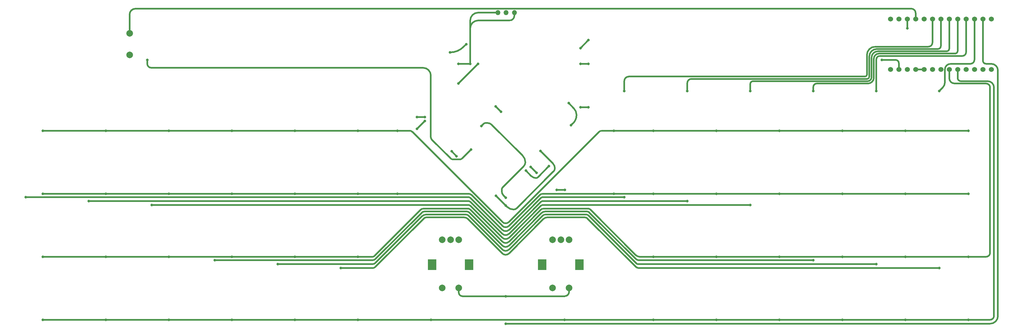
<source format=gtl>
G04 #@! TF.GenerationSoftware,KiCad,Pcbnew,(6.0.2)*
G04 #@! TF.CreationDate,2022-02-25T11:44:51+09:00*
G04 #@! TF.ProjectId,RoSoR,526f536f-522e-46b6-9963-61645f706362,rev?*
G04 #@! TF.SameCoordinates,Original*
G04 #@! TF.FileFunction,Copper,L1,Top*
G04 #@! TF.FilePolarity,Positive*
%FSLAX46Y46*%
G04 Gerber Fmt 4.6, Leading zero omitted, Abs format (unit mm)*
G04 Created by KiCad (PCBNEW (6.0.2)) date 2022-02-25 11:44:51*
%MOMM*%
%LPD*%
G01*
G04 APERTURE LIST*
G04 #@! TA.AperFunction,ComponentPad*
%ADD10C,2.000000*%
G04 #@! TD*
G04 #@! TA.AperFunction,ComponentPad*
%ADD11R,2.500000X3.200000*%
G04 #@! TD*
G04 #@! TA.AperFunction,ComponentPad*
%ADD12C,1.524000*%
G04 #@! TD*
G04 #@! TA.AperFunction,ComponentPad*
%ADD13O,1.500000X1.500000*%
G04 #@! TD*
G04 #@! TA.AperFunction,ViaPad*
%ADD14C,0.800000*%
G04 #@! TD*
G04 #@! TA.AperFunction,Conductor*
%ADD15C,0.500000*%
G04 #@! TD*
G04 APERTURE END LIST*
D10*
X57745458Y-25325072D03*
X57745458Y-31825072D03*
X157281250Y-87750000D03*
X152281250Y-87750000D03*
X154781250Y-87750000D03*
D11*
X160381250Y-95250000D03*
X149181250Y-95250000D03*
D10*
X152281250Y-102250000D03*
X157281250Y-102250000D03*
X190618750Y-87750000D03*
X185618750Y-87750000D03*
X188118750Y-87750000D03*
D11*
X182518750Y-95250000D03*
X193718750Y-95250000D03*
D10*
X185618750Y-102250000D03*
X190618750Y-102250000D03*
D12*
X290322000Y-36231400D03*
X292862000Y-36231400D03*
X295402000Y-36231400D03*
X297942000Y-36231400D03*
X300482000Y-36231400D03*
X303022000Y-36231400D03*
X305562000Y-36231400D03*
X308102000Y-36231400D03*
X310642000Y-36231400D03*
X313182000Y-36231400D03*
X315722000Y-36231400D03*
X318262000Y-36231400D03*
X318262000Y-21011400D03*
X315722000Y-21011400D03*
X313182000Y-21011400D03*
X310642000Y-21011400D03*
X308102000Y-21011400D03*
X305562000Y-21011400D03*
X303022000Y-21011400D03*
X300482000Y-21011400D03*
X297942000Y-21011400D03*
X295402000Y-21011400D03*
X292862000Y-21011400D03*
X290322000Y-21011400D03*
X287782000Y-21011400D03*
X287782000Y-36231400D03*
D13*
X171568750Y-19050000D03*
X169068750Y-19050000D03*
X174068750Y-19050000D03*
D14*
X31562528Y-54742387D03*
X69662560Y-54742387D03*
X126812608Y-54742387D03*
X107762500Y-54742610D03*
X50612544Y-54742387D03*
X292287744Y-54742387D03*
X138718868Y-54742387D03*
X88701637Y-54768796D03*
X273237728Y-54742387D03*
X216098619Y-54768796D03*
X311348699Y-54768796D03*
X204192359Y-54768796D03*
X254187712Y-54742387D03*
X235148635Y-54768796D03*
X292287744Y-73792403D03*
X138707929Y-73818812D03*
X69662560Y-73792403D03*
X235137500Y-73791930D03*
X204192359Y-73818812D03*
X273237500Y-73791853D03*
X31562528Y-73792403D03*
X311337760Y-73792403D03*
X216098619Y-73818812D03*
X88712576Y-73792403D03*
X50612544Y-73792403D03*
X107762592Y-73792403D03*
X126801669Y-73818812D03*
X254187712Y-73792403D03*
X50612544Y-92842419D03*
X69651621Y-92868828D03*
X292287744Y-92842419D03*
X273237728Y-92842419D03*
X235137696Y-92842419D03*
X88712576Y-92842419D03*
X31562528Y-92842419D03*
X254198651Y-92868828D03*
X107762592Y-92842419D03*
X216087680Y-92842419D03*
X311337760Y-92842419D03*
X126801669Y-92868828D03*
X148839442Y-111892616D03*
X88712576Y-111892435D03*
X107762592Y-111892435D03*
X126812608Y-111892435D03*
X31551589Y-111918844D03*
X69662560Y-111892435D03*
X50612544Y-111892435D03*
X311337760Y-111892435D03*
X292298683Y-111918844D03*
X273237728Y-111892435D03*
X189298910Y-111892616D03*
X235148635Y-111918844D03*
X254187712Y-111892435D03*
X216087680Y-111892435D03*
X157162632Y-40481284D03*
X144666434Y-50596230D03*
X163115708Y-34528208D03*
X147036936Y-50596230D03*
X147042311Y-51792231D03*
X144661059Y-54173483D03*
X194072038Y-47625040D03*
X196453290Y-47625040D03*
X186928282Y-72628186D03*
X179031274Y-65698445D03*
X189309534Y-72628186D03*
X180789175Y-67456346D03*
X196453290Y-34528154D03*
X194072038Y-34528154D03*
X157162632Y-34528154D03*
X160734375Y-34528125D03*
X292894488Y-23812560D03*
X285155406Y-33337584D03*
X194072038Y-29765650D03*
X196453290Y-27384398D03*
X154662500Y-31075000D03*
X159543750Y-28575000D03*
X63103125Y-33337500D03*
X160975744Y-60480506D03*
X171450000Y-75009375D03*
X164073484Y-53345359D03*
X177542419Y-66814294D03*
X184546875Y-65484375D03*
X190500000Y-46434375D03*
X191235897Y-53123397D03*
X207312500Y-42719380D03*
X26337500Y-74865880D03*
X207312500Y-74866336D03*
X45387500Y-76056556D03*
X226362500Y-42719428D03*
X226362500Y-76057012D03*
X245412500Y-77247688D03*
X64437500Y-77247232D03*
X245412500Y-42719476D03*
X264462500Y-93916528D03*
X83487500Y-93916072D03*
X264462500Y-42719524D03*
X283512500Y-95107204D03*
X102537500Y-95106748D03*
X283512500Y-42719572D03*
X121587500Y-96297424D03*
X302562500Y-42719620D03*
X302562500Y-96297880D03*
X168508095Y-74379609D03*
X171450236Y-104774532D03*
X170072219Y-49002965D03*
X156601835Y-62473349D03*
X171450236Y-113109660D03*
X168473579Y-47404324D03*
X171484451Y-77355965D03*
X155113552Y-60985067D03*
X181978479Y-60909225D03*
D15*
X138718868Y-54742387D02*
X142390431Y-54742387D01*
X172466696Y-82327695D02*
X199727847Y-55066545D01*
X31562528Y-54742387D02*
X138718868Y-54742387D01*
X200446676Y-54768796D02*
X204192359Y-54768796D01*
X311348699Y-54768796D02*
X204192359Y-54768796D01*
X143173017Y-55066545D02*
X170434167Y-82327695D01*
X200446676Y-54768796D02*
G75*
G03*
X199727847Y-55066545I-1J-1016574D01*
G01*
X172466696Y-82327695D02*
G75*
G02*
X171450432Y-82748646I-1016262J1016256D01*
G01*
X171450432Y-82748645D02*
G75*
G02*
X170434168Y-82327694I1J1437217D01*
G01*
X143173017Y-55066545D02*
G75*
G03*
X142390431Y-54742387I-782587J-782588D01*
G01*
X172466696Y-83518323D02*
X181868427Y-74116593D01*
X182587333Y-73818812D02*
X204192359Y-73818812D01*
X138708053Y-73818936D02*
X160313830Y-73818936D01*
X204192359Y-73818812D02*
X311274004Y-73818812D01*
X161032437Y-74116593D02*
X170434167Y-83518323D01*
X31562528Y-73792403D02*
X138644173Y-73792403D01*
X138707929Y-73818812D02*
X138708053Y-73818936D01*
X182587333Y-73818813D02*
G75*
G03*
X181868428Y-74116594I1J-1016688D01*
G01*
X161032437Y-74116593D02*
G75*
G03*
X160313830Y-73818936I-718610J-718613D01*
G01*
X171450432Y-83939273D02*
G75*
G02*
X170434168Y-83518322I1J1437217D01*
G01*
X138707929Y-73818812D02*
G75*
G03*
X138644173Y-73792403I-63760J-63763D01*
G01*
X311337760Y-73792403D02*
G75*
G02*
X311274004Y-73818812I-63758J63758D01*
G01*
X172466696Y-83518323D02*
G75*
G02*
X171450432Y-83939274I-1016262J1016256D01*
G01*
X129778984Y-92868984D02*
X131143444Y-92868984D01*
X316707048Y-92868984D02*
X311364325Y-92868984D01*
X317897676Y-41671980D02*
X317897676Y-91678356D01*
X172466697Y-88280835D02*
X182166084Y-78581448D01*
X305562000Y-36231400D02*
X305562000Y-38861328D01*
X311337760Y-92842419D02*
X216087680Y-92842419D01*
X211905219Y-92842419D02*
X216087680Y-92842419D01*
X31562528Y-92842419D02*
X126737913Y-92842419D01*
X131862051Y-92571327D02*
X145851930Y-78581448D01*
X126801669Y-92868828D02*
X129778608Y-92868828D01*
X146570537Y-78283791D02*
X160016173Y-78283791D01*
X182884691Y-78283791D02*
X196330327Y-78283791D01*
X197048934Y-78581448D02*
X210888955Y-92421468D01*
X307182024Y-40481352D02*
X316707048Y-40481352D01*
X160734780Y-78581448D02*
X170434168Y-88280835D01*
X172466697Y-88280835D02*
G75*
G02*
X171450432Y-88701786I-1016262J1016256D01*
G01*
X131862051Y-92571327D02*
G75*
G02*
X131143444Y-92868984I-718610J718613D01*
G01*
X307182024Y-40481352D02*
G75*
G02*
X305562000Y-38861328I0J1620024D01*
G01*
X317897676Y-41671980D02*
G75*
G03*
X316707048Y-40481352I-1190628J0D01*
G01*
X311337760Y-92842419D02*
G75*
G03*
X311364325Y-92868984I26566J1D01*
G01*
X171450432Y-88701786D02*
G75*
G02*
X170434168Y-88280835I-2J1437207D01*
G01*
X197048934Y-78581448D02*
G75*
G03*
X196330327Y-78283791I-718603J-718597D01*
G01*
X160734780Y-78581448D02*
G75*
G03*
X160016173Y-78283791I-718610J-718613D01*
G01*
X129778984Y-92868984D02*
G75*
G02*
X129778608Y-92868828I-3J523D01*
G01*
X126801669Y-92868828D02*
G75*
G03*
X126737913Y-92842419I-63760J-63763D01*
G01*
X146570537Y-78283791D02*
G75*
G03*
X145851930Y-78581448I1J-1016265D01*
G01*
X182884691Y-78283792D02*
G75*
G03*
X182166085Y-78581449I-2J-1016258D01*
G01*
X316707048Y-92868984D02*
G75*
G03*
X317897676Y-91678356I0J1190628D01*
G01*
X211905219Y-92842419D02*
G75*
G02*
X210888955Y-92421468I-2J1437207D01*
G01*
X317198156Y-39781832D02*
X309072172Y-39781832D01*
X311364357Y-111919032D02*
X317897676Y-111919032D01*
X31551589Y-111918844D02*
X126748852Y-111918844D01*
X319088304Y-110728404D02*
X319088304Y-41376272D01*
X308102000Y-38811660D02*
X308102000Y-36231400D01*
X126812608Y-111892435D02*
X311337760Y-111892435D01*
X317198156Y-39781832D02*
G75*
G02*
X319088304Y-41671980I-2J-1890150D01*
G01*
X319088304Y-110728404D02*
G75*
G02*
X317897676Y-111919032I-1190628J0D01*
G01*
X126812608Y-111892435D02*
G75*
G02*
X126748852Y-111918844I-63758J63758D01*
G01*
X311364357Y-111919032D02*
G75*
G02*
X311337760Y-111892435I0J26597D01*
G01*
X308102000Y-38811660D02*
G75*
G03*
X309072172Y-39781832I970173J1D01*
G01*
X157162632Y-40481284D02*
X163115708Y-34528208D01*
X147036936Y-50596230D02*
X144666434Y-50596230D01*
X147042311Y-51792231D02*
X144661059Y-54173483D01*
X196453290Y-47625040D02*
X194072038Y-47625040D01*
X189309534Y-72628186D02*
X186928282Y-72628186D01*
X179031274Y-65698445D02*
X180789175Y-67456346D01*
X196453290Y-34528154D02*
X194072038Y-34528154D01*
X174068750Y-19050000D02*
X174068750Y-20004150D01*
X160734375Y-34528154D02*
X160734375Y-34528125D01*
X160734375Y-23812500D02*
X160734375Y-21431250D01*
X292894488Y-21043888D02*
X292894488Y-23812560D01*
X157162632Y-34528154D02*
X160734375Y-34528154D01*
X297942000Y-36231400D02*
X295402000Y-36231400D01*
X163115625Y-19050000D02*
X169068750Y-19050000D01*
X160734375Y-34528125D02*
X160734375Y-23812500D01*
X172641328Y-21431572D02*
X163115303Y-21431572D01*
X172641328Y-21431572D02*
G75*
G03*
X174068750Y-20004150I1J1427421D01*
G01*
X160734375Y-23812500D02*
G75*
G02*
X163115303Y-21431572I2380929J-1D01*
G01*
X163115625Y-19050000D02*
G75*
G03*
X160734375Y-21431250I0J-2381250D01*
G01*
X290322000Y-36231400D02*
X290322000Y-34336980D01*
X289322604Y-33337584D02*
X285155406Y-33337584D01*
X289322604Y-33337584D02*
G75*
G02*
X290322000Y-34336980I1J-999395D01*
G01*
X194072038Y-29765650D02*
X196453290Y-27384398D01*
X158727548Y-29391202D02*
X159543750Y-28575000D01*
X158727548Y-29391202D02*
G75*
G02*
X154662500Y-31075000I-4065049J4065050D01*
G01*
X148828125Y-56703343D02*
X148828125Y-38100000D01*
X157511226Y-63451851D02*
X155623149Y-63451851D01*
X146446875Y-35718750D02*
X64293750Y-35718750D01*
X149143960Y-57465836D02*
X154781250Y-63103125D01*
X160975744Y-60480506D02*
X158353125Y-63103125D01*
X63103125Y-34528125D02*
X63103125Y-33337500D01*
X154781250Y-63103125D02*
G75*
G03*
X155623149Y-63451851I841900J841902D01*
G01*
X157511226Y-63451850D02*
G75*
G03*
X158353124Y-63103124I-1J1190627D01*
G01*
X148828125Y-56703343D02*
G75*
G03*
X149143960Y-57465836I1078315J-5D01*
G01*
X63103125Y-34528125D02*
G75*
G03*
X64293750Y-35718750I1190625J0D01*
G01*
X146446875Y-35718750D02*
G75*
G02*
X148828125Y-38100000I0J-2381250D01*
G01*
X167282813Y-52982812D02*
X176561226Y-62261226D01*
X170854687Y-74414063D02*
X171450000Y-75009375D01*
X165845603Y-52387500D02*
X165496875Y-52387500D01*
X164702163Y-52716681D02*
X164073484Y-53345359D01*
X170599228Y-71807648D02*
X176901078Y-65505798D01*
X170259375Y-72976853D02*
X170259375Y-72628125D01*
X177403125Y-64293750D02*
G75*
G02*
X176901078Y-65505798I-1714095J1D01*
G01*
X176561226Y-62261226D02*
G75*
G02*
X177403125Y-64293750I-2032520J-2032522D01*
G01*
X170259376Y-72628125D02*
G75*
G02*
X170599228Y-71807648I1160329J0D01*
G01*
X164702163Y-52716681D02*
G75*
G02*
X165496875Y-52387500I794715J-794718D01*
G01*
X170259376Y-72976853D02*
G75*
G03*
X170854687Y-74414063I2032512J-4D01*
G01*
X165845603Y-52387501D02*
G75*
G02*
X167282812Y-52982813I-3J-2032528D01*
G01*
X179189062Y-68460938D02*
X177542419Y-66814294D01*
X184546875Y-65484375D02*
X181221588Y-68809662D01*
X179189062Y-68460938D02*
G75*
G03*
X180626272Y-69056250I1437213J1437217D01*
G01*
X180626272Y-69056250D02*
G75*
G03*
X181221588Y-68809662I1J841901D01*
G01*
X191840534Y-52518759D02*
X191235897Y-53123397D01*
X190500000Y-46434375D02*
X192039351Y-47973726D01*
X191840534Y-52518759D02*
G75*
G03*
X192881250Y-50006250I-2512504J2512508D01*
G01*
X192881250Y-50006250D02*
G75*
G03*
X192039351Y-47973726I-2874430J-3D01*
G01*
X207312500Y-42719380D02*
X207312500Y-39742810D01*
X283190974Y-29348876D02*
X299264452Y-29348876D01*
X172466696Y-84708951D02*
X182166084Y-75009564D01*
X300482000Y-28131328D02*
X300482000Y-21011400D01*
X160734780Y-75009564D02*
X170434167Y-84708951D01*
X208672518Y-38382792D02*
X280110198Y-38382792D01*
X182511866Y-74866336D02*
X207312500Y-74866336D01*
X280675590Y-37817400D02*
X280675590Y-31864260D01*
X26337500Y-74865880D02*
X160387897Y-74865880D01*
X160734780Y-75009564D02*
G75*
G03*
X160387897Y-74865880I-346883J-346883D01*
G01*
X300482000Y-28131328D02*
G75*
G02*
X299264452Y-29348876I-1217550J2D01*
G01*
X280675590Y-37817400D02*
G75*
G02*
X280110198Y-38382792I-565390J-2D01*
G01*
X283190974Y-29348876D02*
G75*
G03*
X280675590Y-31864260I0J-2515384D01*
G01*
X172466696Y-84708951D02*
G75*
G02*
X171450432Y-85129902I-1016262J1016256D01*
G01*
X171450432Y-85129901D02*
G75*
G02*
X170434168Y-84708950I1J1437217D01*
G01*
X208672518Y-38382792D02*
G75*
G03*
X207312500Y-39742810I0J-1360018D01*
G01*
X182511866Y-74866336D02*
G75*
G03*
X182166084Y-75009564I1J-489011D01*
G01*
X281375110Y-32355368D02*
X281375110Y-38486998D01*
X172466696Y-85899579D02*
X182166084Y-76200192D01*
X303022000Y-29163212D02*
X303022000Y-21011400D01*
X280779796Y-39082312D02*
X227618360Y-39082312D01*
X160734780Y-76200192D02*
X170434167Y-85899579D01*
X182511751Y-76057012D02*
X226362500Y-76057012D01*
X226362500Y-40338172D02*
X226362500Y-42719428D01*
X302136816Y-30048396D02*
X283682082Y-30048396D01*
X45387500Y-76056556D02*
X160388013Y-76056556D01*
X226362500Y-40338172D02*
G75*
G02*
X227618360Y-39082312I1255860J0D01*
G01*
X280779796Y-39082312D02*
G75*
G03*
X281375110Y-38486998I1J595313D01*
G01*
X160734780Y-76200192D02*
G75*
G03*
X160388013Y-76056556I-346768J-346768D01*
G01*
X171450432Y-86320529D02*
G75*
G02*
X170434168Y-85899578I1J1437217D01*
G01*
X182511751Y-76057013D02*
G75*
G03*
X182166085Y-76200193I0J-488846D01*
G01*
X302136816Y-30048396D02*
G75*
G03*
X303022000Y-29163212I1J885183D01*
G01*
X172466696Y-85899579D02*
G75*
G02*
X171450432Y-86320530I-1016262J1016256D01*
G01*
X281375110Y-32355368D02*
G75*
G02*
X283682082Y-30048396I2306970J2D01*
G01*
X182511635Y-77247688D02*
X245412500Y-77247688D01*
X64437500Y-77247232D02*
X160388128Y-77247232D01*
X282074630Y-32638064D02*
X282074630Y-38591204D01*
X280884002Y-39781832D02*
X246255152Y-39781832D01*
X172466696Y-87090207D02*
X172641060Y-86915844D01*
X305562000Y-29931618D02*
X305562000Y-21011400D01*
X304745702Y-30747916D02*
X283964778Y-30747916D01*
X245412500Y-40624484D02*
X245412500Y-42719476D01*
X172641060Y-86915844D02*
X182166084Y-77390820D01*
X160734780Y-77390820D02*
X170434167Y-87090207D01*
X280884002Y-39781832D02*
G75*
G03*
X282074630Y-38591204I0J1190628D01*
G01*
X304745702Y-30747916D02*
G75*
G03*
X305562000Y-29931618I1J816297D01*
G01*
X172466696Y-87090207D02*
G75*
G02*
X171450432Y-87511158I-1016262J1016256D01*
G01*
X171450432Y-87511157D02*
G75*
G02*
X170434168Y-87090206I1J1437217D01*
G01*
X245412500Y-40624484D02*
G75*
G02*
X246255152Y-39781832I842652J0D01*
G01*
X282074630Y-32638064D02*
G75*
G02*
X283964778Y-30747916I1890150J-2D01*
G01*
X160734780Y-77390820D02*
G75*
G03*
X160388128Y-77247232I-346657J-346663D01*
G01*
X182511635Y-77247688D02*
G75*
G03*
X182166084Y-77390820I1J-488684D01*
G01*
X210772436Y-93495577D02*
X196751277Y-79474419D01*
X182166084Y-79772076D02*
X182340447Y-79597713D01*
X146149587Y-79474419D02*
X132128884Y-93495121D01*
X131112620Y-93916072D02*
X83487500Y-93916072D01*
X308102000Y-21011400D02*
X308102000Y-30631666D01*
X182166084Y-79772076D02*
X172466696Y-89471463D01*
X264462500Y-93916528D02*
X211788700Y-93916528D01*
X264462500Y-42719524D02*
X264462500Y-41528896D01*
X282774150Y-38695410D02*
X282774150Y-32943628D01*
X170434167Y-89471463D02*
X160437123Y-79474419D01*
X196032670Y-79176762D02*
X183356712Y-79176762D01*
X159718516Y-79176762D02*
X146868194Y-79176762D01*
X307286230Y-31447436D02*
X284270342Y-31447436D01*
X265510044Y-40481352D02*
X280988208Y-40481352D01*
X210772436Y-93495577D02*
G75*
G03*
X211788700Y-93916528I1016262J1016256D01*
G01*
X146149587Y-79474419D02*
G75*
G02*
X146868194Y-79176762I718608J-718608D01*
G01*
X171450432Y-89892414D02*
G75*
G03*
X172466696Y-89471463I2J1437207D01*
G01*
X183356712Y-79176763D02*
G75*
G03*
X182340448Y-79597714I1J-1437217D01*
G01*
X170434167Y-89471463D02*
G75*
G03*
X171450432Y-89892414I1016266J1016267D01*
G01*
X159718516Y-79176762D02*
G75*
G02*
X160437123Y-79474419I-3J-1016270D01*
G01*
X282774150Y-38695410D02*
G75*
G02*
X280988208Y-40481352I-1785941J-1D01*
G01*
X265510044Y-40481352D02*
G75*
G03*
X264462500Y-41528896I2J-1047546D01*
G01*
X131112620Y-93916072D02*
G75*
G03*
X132128884Y-93495121I2J1437207D01*
G01*
X282774150Y-32943628D02*
G75*
G02*
X284270342Y-31447436I1496190J2D01*
G01*
X196032670Y-79176763D02*
G75*
G02*
X196751276Y-79474420I4J-1016253D01*
G01*
X307286230Y-31447436D02*
G75*
G03*
X308102000Y-30631666I-2J815772D01*
G01*
X172466696Y-90662091D02*
X182761398Y-80367390D01*
X283512500Y-42719572D02*
X283512500Y-33194548D01*
X211412101Y-95107204D02*
X283512500Y-95107204D01*
X147288112Y-80121836D02*
X159546647Y-80121836D01*
X160139466Y-80367390D02*
X170434167Y-90662091D01*
X132128836Y-94685797D02*
X146271847Y-80542787D01*
X102537500Y-95106748D02*
X131112572Y-95106748D01*
X196453620Y-80367390D02*
X211038813Y-94952583D01*
X183480005Y-80069733D02*
X195735013Y-80069733D01*
X309563280Y-32146956D02*
X284560092Y-32146956D01*
X310642000Y-21011400D02*
X310642000Y-31068236D01*
X172466696Y-90662091D02*
G75*
G02*
X171450432Y-91083042I-1016262J1016256D01*
G01*
X147288112Y-80121837D02*
G75*
G03*
X146271848Y-80542788I1J-1437217D01*
G01*
X171450432Y-91083041D02*
G75*
G02*
X170434168Y-90662090I1J1437217D01*
G01*
X284560092Y-32146956D02*
G75*
G03*
X283512500Y-33194548I1J-1047593D01*
G01*
X160139466Y-80367390D02*
G75*
G03*
X159546647Y-80121836I-592822J-592826D01*
G01*
X309563280Y-32146956D02*
G75*
G03*
X310642000Y-31068236I-1J1078721D01*
G01*
X211412101Y-95107203D02*
G75*
G02*
X211038814Y-94952582I1J527911D01*
G01*
X183480005Y-80069734D02*
G75*
G03*
X182761399Y-80367391I-2J-1016258D01*
G01*
X196453620Y-80367390D02*
G75*
G03*
X195735013Y-80069733I-718603J-718597D01*
G01*
X132128836Y-94685797D02*
G75*
G02*
X131112572Y-95106748I-1016262J1016256D01*
G01*
X182761398Y-81558018D02*
X172466696Y-91852719D01*
X195437356Y-80962704D02*
X183952026Y-80962704D01*
X302562500Y-42719620D02*
X303610140Y-41671980D01*
X121587500Y-96297424D02*
X131112524Y-96297424D01*
X158948838Y-80962704D02*
X147463508Y-80962704D01*
X170434167Y-91852719D02*
X160139466Y-81558018D01*
X182935762Y-81383655D02*
X182761398Y-81558018D01*
X146744901Y-81260361D02*
X132128788Y-95876473D01*
X305991396Y-34528212D02*
X311944536Y-34528212D01*
X210772532Y-95876929D02*
X196155963Y-81260361D01*
X159965102Y-81383655D02*
X160139466Y-81558018D01*
X313182000Y-33290748D02*
X313182000Y-21011400D01*
X304233511Y-40167030D02*
X304233511Y-36286097D01*
X302562500Y-96297880D02*
X211788796Y-96297880D01*
X195437356Y-80962705D02*
G75*
G02*
X196155962Y-81260362I4J-1016253D01*
G01*
X146744901Y-81260361D02*
G75*
G02*
X147463508Y-80962704I718608J-718608D01*
G01*
X182935762Y-81383655D02*
G75*
G02*
X183952026Y-80962704I1016262J-1016256D01*
G01*
X210772532Y-95876929D02*
G75*
G03*
X211788796Y-96297880I1016262J1016256D01*
G01*
X305991396Y-34528212D02*
G75*
G03*
X304233511Y-36286097I1J-1757886D01*
G01*
X131112524Y-96297424D02*
G75*
G03*
X132128788Y-95876473I2J1437207D01*
G01*
X170434167Y-91852719D02*
G75*
G03*
X171450432Y-92273670I1016266J1016267D01*
G01*
X171450432Y-92273670D02*
G75*
G03*
X172466696Y-91852719I2J1437207D01*
G01*
X159965102Y-81383655D02*
G75*
G03*
X158948838Y-80962704I-1016262J-1016256D01*
G01*
X313182000Y-33290748D02*
G75*
G02*
X311944536Y-34528212I-1237465J1D01*
G01*
X304233511Y-40167030D02*
G75*
G02*
X303610140Y-41671980I-2128322J1D01*
G01*
X174847657Y-78160367D02*
X185912019Y-67096006D01*
X158353524Y-104775264D02*
X189309852Y-104775264D01*
X190618750Y-102250000D02*
X190618750Y-103466366D01*
X168473579Y-47404324D02*
X170072219Y-49002965D01*
X320278932Y-36534996D02*
X320278932Y-110728404D01*
X157281250Y-103702990D02*
X157281250Y-102250000D01*
X181978479Y-60909225D02*
X185755949Y-64686695D01*
X316707048Y-34528212D02*
X318272148Y-34528212D01*
X155113552Y-60985067D02*
X156601835Y-62473349D01*
X168508095Y-74379609D02*
X171916716Y-77788229D01*
X317897676Y-113109660D02*
X171450236Y-113109660D01*
X315722000Y-21011400D02*
X315722000Y-33543164D01*
X171916716Y-77788229D02*
G75*
G03*
X173831396Y-78581316I1914676J1914669D01*
G01*
X173831396Y-78581316D02*
G75*
G03*
X174847657Y-78160367I-1J1437212D01*
G01*
X157281250Y-103702990D02*
G75*
G03*
X158353524Y-104775264I1072275J1D01*
G01*
X186332968Y-66079743D02*
G75*
G03*
X185755948Y-64686696I-1970070J-2D01*
G01*
X316707048Y-34528212D02*
G75*
G02*
X315722000Y-33543164I0J985048D01*
G01*
X185912019Y-67096006D02*
G75*
G03*
X186332969Y-66079743I-1016257J1016261D01*
G01*
X320278932Y-36534996D02*
G75*
G03*
X318272148Y-34528212I-2006783J1D01*
G01*
X317897676Y-113109660D02*
G75*
G03*
X320278932Y-110728404I-1J2381257D01*
G01*
X189309852Y-104775264D02*
G75*
G03*
X190618750Y-103466366I1J1308897D01*
G01*
X57745458Y-25325072D02*
X57745458Y-19645362D01*
X295402000Y-19176304D02*
X295402000Y-21011400D01*
X59531400Y-17859420D02*
X294085116Y-17859420D01*
X59531400Y-17859420D02*
G75*
G03*
X57745458Y-19645362I-1J-1785941D01*
G01*
X295402000Y-19176304D02*
G75*
G03*
X294085116Y-17859420I-1316883J1D01*
G01*
M02*

</source>
